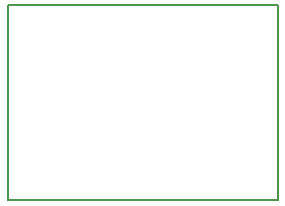
<source format=gm1>
G04 #@! TF.GenerationSoftware,KiCad,Pcbnew,(5.0.2)-1*
G04 #@! TF.CreationDate,2019-03-19T11:40:13-04:00*
G04 #@! TF.ProjectId,MotorBreakout,4d6f746f-7242-4726-9561-6b6f75742e6b,rev?*
G04 #@! TF.SameCoordinates,Original*
G04 #@! TF.FileFunction,Profile,NP*
%FSLAX46Y46*%
G04 Gerber Fmt 4.6, Leading zero omitted, Abs format (unit mm)*
G04 Created by KiCad (PCBNEW (5.0.2)-1) date 2019-03-19 11:40:13 AM*
%MOMM*%
%LPD*%
G01*
G04 APERTURE LIST*
%ADD10C,0.150000*%
G04 APERTURE END LIST*
D10*
X142240000Y-72390000D02*
X142240000Y-88900000D01*
X119380000Y-72390000D02*
X119380000Y-88900000D01*
X119380000Y-72390000D02*
X142240000Y-72390000D01*
X142240000Y-88900000D02*
X119380000Y-88900000D01*
M02*

</source>
